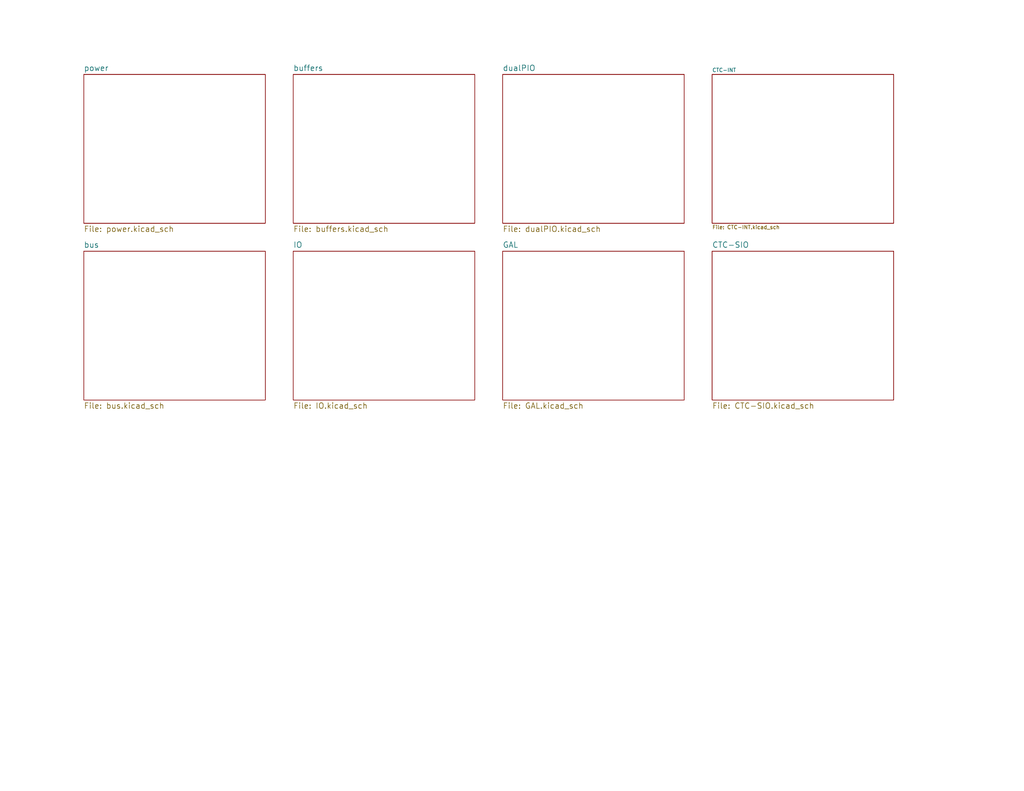
<source format=kicad_sch>
(kicad_sch (version 20211123) (generator eeschema)
  (paper "A")
  (lib_symbols)
  (sheet (at 194.31 20.32) (size 49.53 40.64)
    (property "Sheet name" "CTC-INT" (at 194.31 19.7354 0) (effects (font (size 1.016 1.016)) (justify left bottom)))
    (property "Sheet file" "CTC-INT.kicad_sch" (at 194.31 61.443 0) (effects (font (size 1.016 1.016)) (justify left top)))
  )
  (sheet (at 22.86 20.32) (size 49.53 40.64)
    (property "Sheet name" "power" (at 22.86 19.4814 0) (effects (font (size 1.524 1.524)) (justify left bottom)))
    (property "Sheet file" "power.kicad_sch" (at 22.86 61.6462 0) (effects (font (size 1.524 1.524)) (justify left top)))
  )
  (sheet (at 194.31 68.58) (size 49.53 40.64)
    (property "Sheet name" "CTC-SIO" (at 194.31 67.7414 0) (effects (font (size 1.524 1.524)) (justify left bottom)))
    (property "Sheet file" "CTC-SIO.kicad_sch" (at 194.31 109.9062 0) (effects (font (size 1.524 1.524)) (justify left top)))
  )
  (sheet (at 22.86 68.58) (size 49.53 40.64)
    (property "Sheet name" "bus" (at 22.86 67.7414 0) (effects (font (size 1.524 1.524)) (justify left bottom)))
    (property "Sheet file" "bus.kicad_sch" (at 22.86 109.9062 0) (effects (font (size 1.524 1.524)) (justify left top)))
  )
  (sheet (at 80.01 20.32) (size 49.53 40.64)
    (property "Sheet name" "buffers" (at 80.01 19.4814 0) (effects (font (size 1.524 1.524)) (justify left bottom)))
    (property "Sheet file" "buffers.kicad_sch" (at 80.01 61.6462 0) (effects (font (size 1.524 1.524)) (justify left top)))
  )
  (sheet (at 80.01 68.58) (size 49.53 40.64)
    (property "Sheet name" "IO" (at 80.01 67.7414 0) (effects (font (size 1.524 1.524)) (justify left bottom)))
    (property "Sheet file" "IO.kicad_sch" (at 80.01 109.9062 0) (effects (font (size 1.524 1.524)) (justify left top)))
  )
  (sheet (at 137.16 20.32) (size 49.53 40.64)
    (property "Sheet name" "dualPIO" (at 137.16 19.4814 0) (effects (font (size 1.524 1.524)) (justify left bottom)))
    (property "Sheet file" "dualPIO.kicad_sch" (at 137.16 61.6462 0) (effects (font (size 1.524 1.524)) (justify left top)))
  )
  (sheet (at 137.16 68.58) (size 49.53 40.64)
    (property "Sheet name" "GAL" (at 137.16 67.7414 0) (effects (font (size 1.524 1.524)) (justify left bottom)))
    (property "Sheet file" "GAL.kicad_sch" (at 137.16 109.9062 0) (effects (font (size 1.524 1.524)) (justify left top)))
  )
)
</source>
